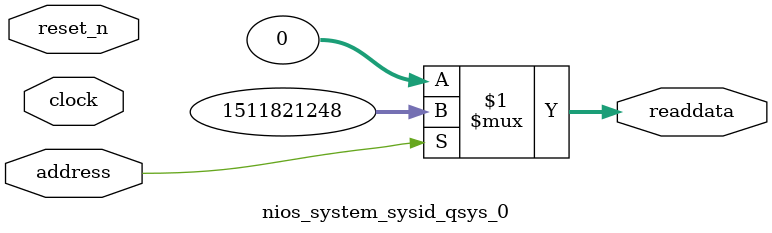
<source format=v>

`timescale 1ns / 1ps
// synthesis translate_on

// turn off superfluous verilog processor warnings 
// altera message_level Level1 
// altera message_off 10034 10035 10036 10037 10230 10240 10030 

module nios_system_sysid_qsys_0 (
               // inputs:
                address,
                clock,
                reset_n,

               // outputs:
                readdata
             )
;

  output  [ 31: 0] readdata;
  input            address;
  input            clock;
  input            reset_n;

  wire    [ 31: 0] readdata;
  //control_slave, which is an e_avalon_slave
  assign readdata = address ? 1511821248 : 0;

endmodule




</source>
